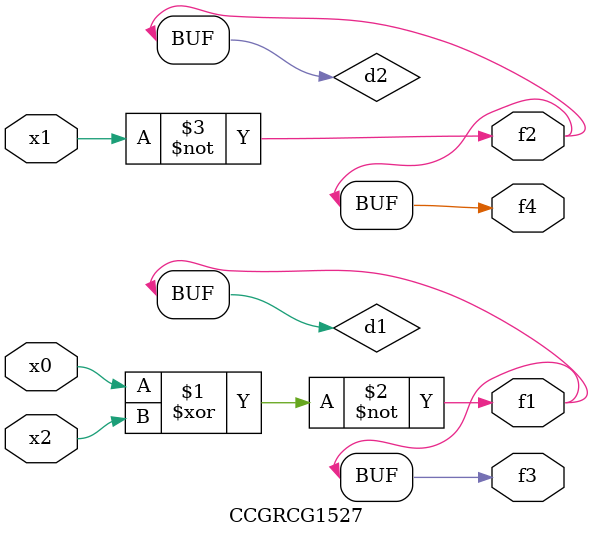
<source format=v>
module CCGRCG1527(
	input x0, x1, x2,
	output f1, f2, f3, f4
);

	wire d1, d2, d3;

	xnor (d1, x0, x2);
	nand (d2, x1);
	nor (d3, x1, x2);
	assign f1 = d1;
	assign f2 = d2;
	assign f3 = d1;
	assign f4 = d2;
endmodule

</source>
